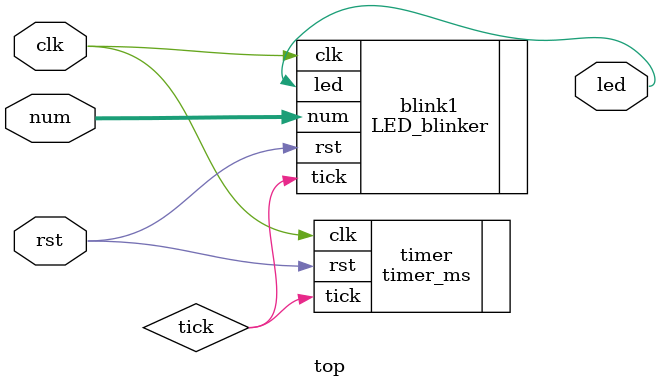
<source format=sv>
`timescale 1ns / 1ps

module top(
    input clk,
    input rst,
    input [15:0] num, 
    output led
    );
    
    logic tick; 
    
    timer_ms timer( 
        .clk(clk), 
        .rst(rst), 
        .tick(tick)
        );
    
    LED_blinker blink1( 
        .clk(clk), 
        .rst(rst),
        .tick(tick), 
        .num(num), 
        .led(led)
        );
    
endmodule

</source>
